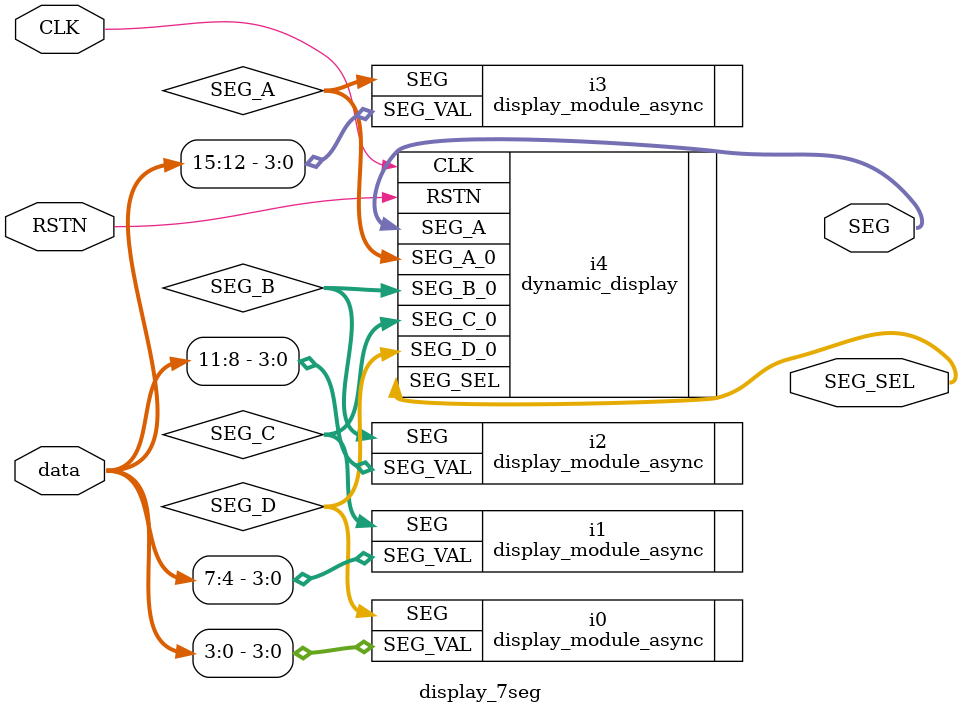
<source format=v>
`timescale 1ps/1ps

`include "display_module_async.v"
`include "dynamic_display.v"

module display_7seg(CLK,RSTN,data,SEG,SEG_SEL);
    input CLK,RSTN;
    input [15:0] data;
   
    output [7:0] SEG;
    output [3:0] SEG_SEL;

    wire [7:0] SEG_A,SEG_B,SEG_C,SEG_D;

    display_module_async i0 (.SEG_VAL(data[3:0]),.SEG(SEG_D));
    display_module_async i1 (.SEG_VAL(data[7:4]),.SEG(SEG_C));
    display_module_async i2 (.SEG_VAL(data[11:8]),.SEG(SEG_B));
    display_module_async i3 (.SEG_VAL(data[15:12]),.SEG(SEG_A));
    dynamic_display i4 (.CLK(CLK),.RSTN(RSTN),.SEG_A_0(SEG_A),.SEG_B_0(SEG_B),.SEG_C_0(SEG_C),.SEG_D_0(SEG_D),
		    .SEG_A(SEG),.SEG_SEL(SEG_SEL));
endmodule

</source>
